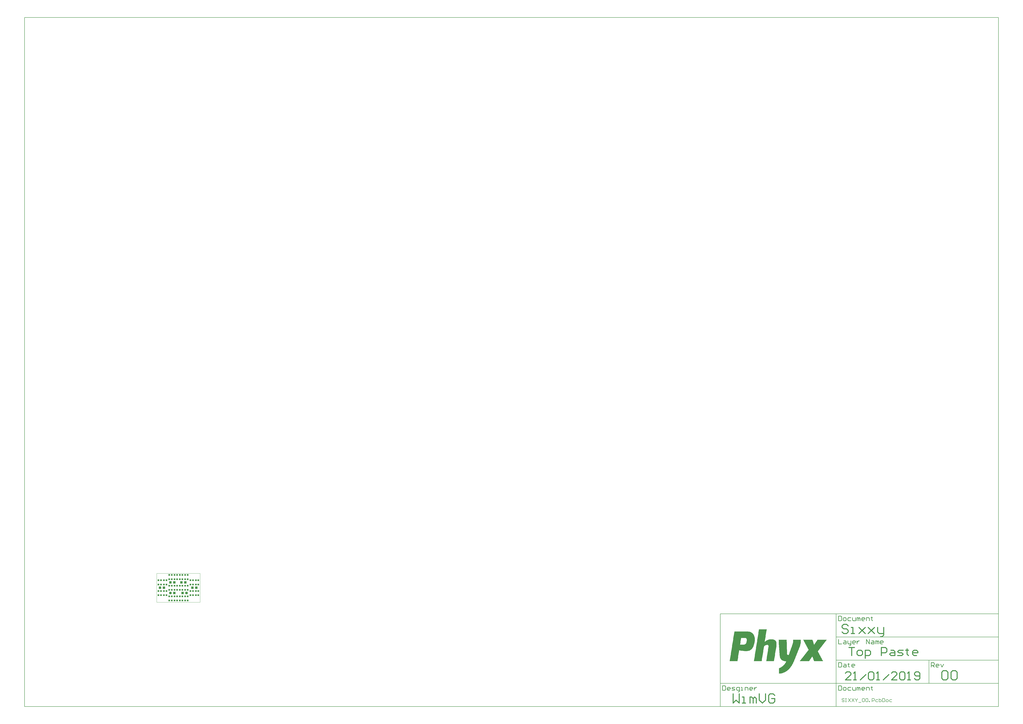
<source format=gtp>
G04*
G04 #@! TF.GenerationSoftware,Altium Limited,Altium Designer,18.1.9 (240)*
G04*
G04 Layer_Color=8421504*
%FSLAX25Y25*%
%MOIN*%
G70*
G01*
G75*
%ADD12C,0.01575*%
%ADD15C,0.00394*%
%ADD16C,0.00787*%
%ADD17C,0.00984*%
%ADD18R,0.04331X0.03937*%
%ADD19R,0.02756X0.02756*%
G36*
X1004477Y-50003D02*
X1006195D01*
Y-50289D01*
X1007054D01*
Y-50575D01*
X1007913D01*
Y-50862D01*
X1008772D01*
Y-51148D01*
X1009345D01*
Y-51434D01*
X1009631D01*
Y-51720D01*
X1010203D01*
Y-52007D01*
X1010490D01*
Y-52293D01*
X1011062D01*
Y-52579D01*
X1011349D01*
Y-52866D01*
X1011635D01*
Y-53152D01*
X1011921D01*
Y-53438D01*
X1012208D01*
Y-53725D01*
X1012494D01*
Y-54011D01*
X1012780D01*
Y-54297D01*
Y-54584D01*
X1013067D01*
Y-54870D01*
X1013353D01*
Y-55156D01*
Y-55443D01*
X1013639D01*
Y-55729D01*
X1013926D01*
Y-56015D01*
Y-56301D01*
X1014212D01*
Y-56588D01*
Y-56874D01*
Y-57161D01*
X1014498D01*
Y-57447D01*
Y-57733D01*
Y-58019D01*
X1014785D01*
Y-58306D01*
Y-58592D01*
Y-58878D01*
Y-59165D01*
X1015071D01*
Y-59451D01*
Y-59737D01*
Y-60024D01*
Y-60310D01*
Y-60596D01*
X1015357D01*
Y-60883D01*
Y-61169D01*
Y-61455D01*
Y-61742D01*
Y-62028D01*
Y-62314D01*
Y-62600D01*
Y-62887D01*
Y-63173D01*
Y-63459D01*
Y-63746D01*
Y-64032D01*
Y-64318D01*
Y-64605D01*
Y-64891D01*
Y-65177D01*
Y-65464D01*
Y-65750D01*
Y-66036D01*
Y-66322D01*
X1015071D01*
Y-66609D01*
Y-66895D01*
Y-67181D01*
Y-67468D01*
Y-67754D01*
Y-68040D01*
Y-68327D01*
X1014785D01*
Y-68613D01*
Y-68899D01*
Y-69186D01*
Y-69472D01*
Y-69758D01*
X1014498D01*
Y-70044D01*
Y-70331D01*
Y-70617D01*
Y-70903D01*
Y-71190D01*
X1014212D01*
Y-71476D01*
Y-71762D01*
Y-72049D01*
X1013926D01*
Y-72335D01*
Y-72621D01*
Y-72908D01*
Y-73194D01*
X1013639D01*
Y-73480D01*
Y-73767D01*
Y-74053D01*
X1013353D01*
Y-74339D01*
Y-74625D01*
X1013067D01*
Y-74912D01*
Y-75198D01*
Y-75485D01*
X1012780D01*
Y-75771D01*
Y-76057D01*
X1012494D01*
Y-76343D01*
Y-76630D01*
X1012208D01*
Y-76916D01*
Y-77202D01*
X1011921D01*
Y-77489D01*
X1011635D01*
Y-77775D01*
Y-78061D01*
X1011349D01*
Y-78348D01*
X1011062D01*
Y-78634D01*
X1010776D01*
Y-78920D01*
Y-79207D01*
X1010490D01*
Y-79493D01*
X1010203D01*
Y-79779D01*
X1009917D01*
Y-80066D01*
X1009631D01*
Y-80352D01*
X1009345D01*
Y-80638D01*
X1008772D01*
Y-80924D01*
X1008486D01*
Y-81211D01*
X1007913D01*
Y-81497D01*
X1007627D01*
Y-81783D01*
X1007054D01*
Y-82070D01*
X1006195D01*
Y-82356D01*
X1005336D01*
Y-82642D01*
X1004477D01*
Y-82929D01*
X1002759D01*
Y-83215D01*
X997606D01*
Y-82929D01*
X995029D01*
Y-82642D01*
X993025D01*
Y-82356D01*
X991593D01*
Y-82070D01*
X990162D01*
Y-81783D01*
X988730D01*
Y-82070D01*
Y-82356D01*
Y-82642D01*
Y-82929D01*
Y-83215D01*
Y-83501D01*
Y-83788D01*
X988444D01*
Y-84074D01*
Y-84360D01*
Y-84646D01*
Y-84933D01*
Y-85219D01*
Y-85505D01*
X988157D01*
Y-85792D01*
Y-86078D01*
Y-86364D01*
Y-86651D01*
Y-86937D01*
Y-87223D01*
X987871D01*
Y-87510D01*
Y-87796D01*
Y-88082D01*
Y-88369D01*
Y-88655D01*
Y-88941D01*
Y-89227D01*
X987585D01*
Y-89514D01*
Y-89800D01*
Y-90086D01*
Y-90373D01*
Y-90659D01*
Y-90945D01*
X987298D01*
Y-91232D01*
Y-91518D01*
Y-91804D01*
Y-92091D01*
Y-92377D01*
Y-92663D01*
X987012D01*
Y-92950D01*
Y-93236D01*
Y-93522D01*
Y-93809D01*
Y-94095D01*
Y-94381D01*
Y-94667D01*
X986726D01*
Y-94954D01*
Y-95240D01*
Y-95526D01*
Y-95813D01*
Y-96099D01*
Y-96385D01*
X986440D01*
Y-96672D01*
Y-96958D01*
Y-97244D01*
Y-97531D01*
Y-97817D01*
Y-98103D01*
X986153D01*
Y-98390D01*
Y-98676D01*
Y-98962D01*
Y-99248D01*
Y-99535D01*
Y-99821D01*
Y-100107D01*
X972696D01*
Y-99821D01*
X972983D01*
Y-99535D01*
Y-99248D01*
Y-98962D01*
Y-98676D01*
Y-98390D01*
X973269D01*
Y-98103D01*
Y-97817D01*
Y-97531D01*
Y-97244D01*
Y-96958D01*
Y-96672D01*
Y-96385D01*
X973555D01*
Y-96099D01*
Y-95813D01*
Y-95526D01*
Y-95240D01*
Y-94954D01*
Y-94667D01*
X973842D01*
Y-94381D01*
Y-94095D01*
Y-93809D01*
Y-93522D01*
Y-93236D01*
Y-92950D01*
X974128D01*
Y-92663D01*
Y-92377D01*
Y-92091D01*
Y-91804D01*
Y-91518D01*
Y-91232D01*
Y-90945D01*
X974414D01*
Y-90659D01*
Y-90373D01*
Y-90086D01*
Y-89800D01*
Y-89514D01*
Y-89227D01*
X974701D01*
Y-88941D01*
Y-88655D01*
Y-88369D01*
Y-88082D01*
Y-87796D01*
Y-87510D01*
X974987D01*
Y-87223D01*
Y-86937D01*
Y-86651D01*
Y-86364D01*
Y-86078D01*
Y-85792D01*
X975273D01*
Y-85505D01*
Y-85219D01*
Y-84933D01*
Y-84646D01*
Y-84360D01*
Y-84074D01*
Y-83788D01*
X975560D01*
Y-83501D01*
Y-83215D01*
Y-82929D01*
Y-82642D01*
Y-82356D01*
Y-82070D01*
X975846D01*
Y-81783D01*
Y-81497D01*
Y-81211D01*
Y-80924D01*
Y-80638D01*
Y-80352D01*
X976132D01*
Y-80066D01*
Y-79779D01*
Y-79493D01*
Y-79207D01*
Y-78920D01*
Y-78634D01*
X976419D01*
Y-78348D01*
Y-78061D01*
Y-77775D01*
Y-77489D01*
Y-77202D01*
Y-76916D01*
Y-76630D01*
X976705D01*
Y-76343D01*
Y-76057D01*
Y-75771D01*
Y-75485D01*
Y-75198D01*
Y-74912D01*
X976991D01*
Y-74625D01*
Y-74339D01*
Y-74053D01*
Y-73767D01*
Y-73480D01*
Y-73194D01*
X977277D01*
Y-72908D01*
Y-72621D01*
Y-72335D01*
Y-72049D01*
Y-71762D01*
Y-71476D01*
Y-71190D01*
X977564D01*
Y-70903D01*
Y-70617D01*
Y-70331D01*
Y-70044D01*
Y-69758D01*
Y-69472D01*
X977850D01*
Y-69186D01*
Y-68899D01*
Y-68613D01*
Y-68327D01*
Y-68040D01*
Y-67754D01*
X978137D01*
Y-67468D01*
Y-67181D01*
Y-66895D01*
Y-66609D01*
Y-66322D01*
Y-66036D01*
X978423D01*
Y-65750D01*
Y-65464D01*
Y-65177D01*
Y-64891D01*
Y-64605D01*
Y-64318D01*
Y-64032D01*
X978709D01*
Y-63746D01*
Y-63459D01*
Y-63173D01*
Y-62887D01*
Y-62600D01*
Y-62314D01*
X978995D01*
Y-62028D01*
Y-61742D01*
Y-61455D01*
Y-61169D01*
Y-60883D01*
Y-60596D01*
X979282D01*
Y-60310D01*
Y-60024D01*
Y-59737D01*
Y-59451D01*
Y-59165D01*
Y-58878D01*
Y-58592D01*
X979568D01*
Y-58306D01*
Y-58019D01*
Y-57733D01*
Y-57447D01*
Y-57161D01*
Y-56874D01*
X979854D01*
Y-56588D01*
Y-56301D01*
Y-56015D01*
Y-55729D01*
Y-55443D01*
Y-55156D01*
X980141D01*
Y-54870D01*
Y-54584D01*
Y-54297D01*
Y-54011D01*
Y-53725D01*
Y-53438D01*
Y-53152D01*
X980427D01*
Y-52866D01*
Y-52579D01*
Y-52293D01*
Y-52007D01*
Y-51720D01*
Y-51434D01*
X980713D01*
Y-51148D01*
Y-50862D01*
Y-50575D01*
Y-50289D01*
Y-50003D01*
Y-49716D01*
X1004477D01*
Y-50003D01*
D02*
G37*
G36*
X1035685Y-46567D02*
Y-46853D01*
X1035399D01*
Y-47139D01*
Y-47426D01*
Y-47712D01*
Y-47998D01*
Y-48285D01*
Y-48571D01*
X1035113D01*
Y-48857D01*
Y-49144D01*
Y-49430D01*
Y-49716D01*
Y-50003D01*
Y-50289D01*
X1034826D01*
Y-50575D01*
Y-50862D01*
Y-51148D01*
Y-51434D01*
Y-51720D01*
Y-52007D01*
Y-52293D01*
X1034540D01*
Y-52579D01*
Y-52866D01*
Y-53152D01*
Y-53438D01*
Y-53725D01*
Y-54011D01*
X1034254D01*
Y-54297D01*
Y-54584D01*
Y-54870D01*
Y-55156D01*
Y-55443D01*
Y-55729D01*
X1033967D01*
Y-56015D01*
Y-56301D01*
Y-56588D01*
Y-56874D01*
Y-57161D01*
Y-57447D01*
Y-57733D01*
X1033681D01*
Y-58019D01*
Y-58306D01*
Y-58592D01*
Y-58878D01*
Y-59165D01*
Y-59451D01*
X1033395D01*
Y-59737D01*
Y-60024D01*
Y-60310D01*
Y-60596D01*
Y-60883D01*
Y-61169D01*
X1033109D01*
Y-61455D01*
Y-61742D01*
Y-62028D01*
Y-62314D01*
Y-62600D01*
Y-62887D01*
X1032822D01*
Y-63173D01*
Y-63459D01*
Y-63746D01*
Y-64032D01*
Y-64318D01*
Y-64605D01*
Y-64891D01*
X1032536D01*
Y-65177D01*
Y-65464D01*
Y-65750D01*
Y-66036D01*
Y-66322D01*
Y-66609D01*
X1032250D01*
Y-66895D01*
Y-67181D01*
X1032822D01*
Y-66895D01*
X1033109D01*
Y-66609D01*
X1033395D01*
Y-66322D01*
X1033967D01*
Y-66036D01*
X1034254D01*
Y-65750D01*
X1034540D01*
Y-65464D01*
X1035113D01*
Y-65177D01*
X1035685D01*
Y-64891D01*
X1035972D01*
Y-64605D01*
X1036544D01*
Y-64318D01*
X1037403D01*
Y-64032D01*
X1037976D01*
Y-63746D01*
X1038835D01*
Y-63459D01*
X1040266D01*
Y-63173D01*
X1046565D01*
Y-63459D01*
X1047711D01*
Y-63746D01*
X1048569D01*
Y-64032D01*
X1049142D01*
Y-64318D01*
X1049428D01*
Y-64605D01*
X1050001D01*
Y-64891D01*
X1050287D01*
Y-65177D01*
X1050574D01*
Y-65464D01*
X1050860D01*
Y-65750D01*
X1051146D01*
Y-66036D01*
Y-66322D01*
X1051433D01*
Y-66609D01*
Y-66895D01*
X1051719D01*
Y-67181D01*
Y-67468D01*
Y-67754D01*
X1052005D01*
Y-68040D01*
Y-68327D01*
Y-68613D01*
Y-68899D01*
X1052291D01*
Y-69186D01*
Y-69472D01*
Y-69758D01*
Y-70044D01*
Y-70331D01*
Y-70617D01*
Y-70903D01*
Y-71190D01*
Y-71476D01*
Y-71762D01*
Y-72049D01*
Y-72335D01*
Y-72621D01*
Y-72908D01*
Y-73194D01*
Y-73480D01*
Y-73767D01*
Y-74053D01*
X1052005D01*
Y-74339D01*
Y-74625D01*
Y-74912D01*
Y-75198D01*
Y-75485D01*
Y-75771D01*
Y-76057D01*
X1051719D01*
Y-76343D01*
Y-76630D01*
Y-76916D01*
Y-77202D01*
Y-77489D01*
Y-77775D01*
Y-78061D01*
X1051433D01*
Y-78348D01*
Y-78634D01*
Y-78920D01*
Y-79207D01*
Y-79493D01*
Y-79779D01*
X1051146D01*
Y-80066D01*
Y-80352D01*
Y-80638D01*
Y-80924D01*
Y-81211D01*
Y-81497D01*
X1050860D01*
Y-81783D01*
Y-82070D01*
Y-82356D01*
Y-82642D01*
Y-82929D01*
Y-83215D01*
X1050574D01*
Y-83501D01*
Y-83788D01*
Y-84074D01*
Y-84360D01*
Y-84646D01*
Y-84933D01*
Y-85219D01*
X1050287D01*
Y-85505D01*
Y-85792D01*
Y-86078D01*
Y-86364D01*
Y-86651D01*
Y-86937D01*
X1050001D01*
Y-87223D01*
Y-87510D01*
Y-87796D01*
Y-88082D01*
Y-88369D01*
Y-88655D01*
X1049715D01*
Y-88941D01*
Y-89227D01*
Y-89514D01*
Y-89800D01*
Y-90086D01*
Y-90373D01*
Y-90659D01*
X1049428D01*
Y-90945D01*
Y-91232D01*
Y-91518D01*
Y-91804D01*
Y-92091D01*
Y-92377D01*
X1049142D01*
Y-92663D01*
Y-92950D01*
Y-93236D01*
Y-93522D01*
Y-93809D01*
Y-94095D01*
X1048856D01*
Y-94381D01*
Y-94667D01*
Y-94954D01*
Y-95240D01*
Y-95526D01*
Y-95813D01*
X1048569D01*
Y-96099D01*
Y-96385D01*
Y-96672D01*
Y-96958D01*
Y-97244D01*
Y-97531D01*
Y-97817D01*
X1048283D01*
Y-98103D01*
Y-98390D01*
Y-98676D01*
Y-98962D01*
Y-99248D01*
Y-99535D01*
X1047997D01*
Y-99821D01*
Y-100107D01*
X1034826D01*
Y-99821D01*
Y-99535D01*
X1035113D01*
Y-99248D01*
Y-98962D01*
Y-98676D01*
Y-98390D01*
Y-98103D01*
Y-97817D01*
X1035399D01*
Y-97531D01*
Y-97244D01*
Y-96958D01*
Y-96672D01*
Y-96385D01*
Y-96099D01*
Y-95813D01*
X1035685D01*
Y-95526D01*
Y-95240D01*
Y-94954D01*
Y-94667D01*
Y-94381D01*
Y-94095D01*
X1035972D01*
Y-93809D01*
Y-93522D01*
Y-93236D01*
Y-92950D01*
Y-92663D01*
Y-92377D01*
X1036258D01*
Y-92091D01*
Y-91804D01*
Y-91518D01*
Y-91232D01*
Y-90945D01*
Y-90659D01*
Y-90373D01*
X1036544D01*
Y-90086D01*
Y-89800D01*
Y-89514D01*
Y-89227D01*
Y-88941D01*
Y-88655D01*
X1036831D01*
Y-88369D01*
Y-88082D01*
Y-87796D01*
Y-87510D01*
Y-87223D01*
Y-86937D01*
Y-86651D01*
X1037117D01*
Y-86364D01*
Y-86078D01*
Y-85792D01*
Y-85505D01*
Y-85219D01*
Y-84933D01*
X1037403D01*
Y-84646D01*
Y-84360D01*
Y-84074D01*
Y-83788D01*
Y-83501D01*
Y-83215D01*
X1037689D01*
Y-82929D01*
Y-82642D01*
Y-82356D01*
Y-82070D01*
Y-81783D01*
Y-81497D01*
X1037976D01*
Y-81211D01*
Y-80924D01*
Y-80638D01*
Y-80352D01*
Y-80066D01*
Y-79779D01*
Y-79493D01*
X1038262D01*
Y-79207D01*
Y-78920D01*
Y-78634D01*
Y-78348D01*
Y-78061D01*
Y-77775D01*
X1038548D01*
Y-77489D01*
Y-77202D01*
Y-76916D01*
Y-76630D01*
Y-76343D01*
Y-76057D01*
Y-75771D01*
X1038835D01*
Y-75485D01*
Y-75198D01*
Y-74912D01*
Y-74625D01*
Y-74339D01*
Y-74053D01*
X1038548D01*
Y-73767D01*
Y-73480D01*
X1038262D01*
Y-73194D01*
X1037976D01*
Y-72908D01*
X1037403D01*
Y-72621D01*
X1035685D01*
Y-72908D01*
X1034254D01*
Y-73194D01*
X1033395D01*
Y-73480D01*
X1032822D01*
Y-73767D01*
X1032536D01*
Y-74053D01*
X1031963D01*
Y-74339D01*
X1031677D01*
Y-74625D01*
X1031391D01*
Y-74912D01*
Y-75198D01*
X1031104D01*
Y-75485D01*
Y-75771D01*
Y-76057D01*
X1030818D01*
Y-76343D01*
Y-76630D01*
Y-76916D01*
Y-77202D01*
Y-77489D01*
Y-77775D01*
X1030532D01*
Y-78061D01*
Y-78348D01*
Y-78634D01*
Y-78920D01*
Y-79207D01*
Y-79493D01*
Y-79779D01*
X1030245D01*
Y-80066D01*
Y-80352D01*
Y-80638D01*
Y-80924D01*
Y-81211D01*
Y-81497D01*
X1029959D01*
Y-81783D01*
Y-82070D01*
Y-82356D01*
Y-82642D01*
Y-82929D01*
Y-83215D01*
X1029673D01*
Y-83501D01*
Y-83788D01*
Y-84074D01*
Y-84360D01*
Y-84646D01*
Y-84933D01*
X1029387D01*
Y-85219D01*
Y-85505D01*
Y-85792D01*
Y-86078D01*
Y-86364D01*
Y-86651D01*
Y-86937D01*
X1029100D01*
Y-87223D01*
Y-87510D01*
Y-87796D01*
Y-88082D01*
Y-88369D01*
Y-88655D01*
X1028814D01*
Y-88941D01*
Y-89227D01*
Y-89514D01*
Y-89800D01*
Y-90086D01*
Y-90373D01*
X1028528D01*
Y-90659D01*
Y-90945D01*
Y-91232D01*
Y-91518D01*
Y-91804D01*
Y-92091D01*
Y-92377D01*
X1028241D01*
Y-92663D01*
Y-92950D01*
Y-93236D01*
Y-93522D01*
Y-93809D01*
Y-94095D01*
X1027955D01*
Y-94381D01*
Y-94667D01*
Y-94954D01*
Y-95240D01*
Y-95526D01*
Y-95813D01*
X1027669D01*
Y-96099D01*
Y-96385D01*
Y-96672D01*
Y-96958D01*
Y-97244D01*
Y-97531D01*
X1027382D01*
Y-97817D01*
Y-98103D01*
Y-98390D01*
Y-98676D01*
Y-98962D01*
Y-99248D01*
Y-99535D01*
X1027096D01*
Y-99821D01*
Y-100107D01*
X1013926D01*
Y-99821D01*
Y-99535D01*
X1014212D01*
Y-99248D01*
Y-98962D01*
Y-98676D01*
Y-98390D01*
Y-98103D01*
Y-97817D01*
Y-97531D01*
X1014498D01*
Y-97244D01*
Y-96958D01*
Y-96672D01*
Y-96385D01*
Y-96099D01*
Y-95813D01*
X1014785D01*
Y-95526D01*
Y-95240D01*
Y-94954D01*
Y-94667D01*
Y-94381D01*
Y-94095D01*
X1015071D01*
Y-93809D01*
Y-93522D01*
Y-93236D01*
Y-92950D01*
Y-92663D01*
Y-92377D01*
Y-92091D01*
X1015357D01*
Y-91804D01*
Y-91518D01*
Y-91232D01*
Y-90945D01*
Y-90659D01*
Y-90373D01*
X1015643D01*
Y-90086D01*
Y-89800D01*
Y-89514D01*
Y-89227D01*
Y-88941D01*
Y-88655D01*
X1015930D01*
Y-88369D01*
Y-88082D01*
Y-87796D01*
Y-87510D01*
Y-87223D01*
Y-86937D01*
X1016216D01*
Y-86651D01*
Y-86364D01*
Y-86078D01*
Y-85792D01*
Y-85505D01*
Y-85219D01*
Y-84933D01*
X1016502D01*
Y-84646D01*
Y-84360D01*
Y-84074D01*
Y-83788D01*
Y-83501D01*
Y-83215D01*
X1016789D01*
Y-82929D01*
Y-82642D01*
Y-82356D01*
Y-82070D01*
Y-81783D01*
Y-81497D01*
X1017075D01*
Y-81211D01*
Y-80924D01*
Y-80638D01*
Y-80352D01*
Y-80066D01*
Y-79779D01*
Y-79493D01*
X1017361D01*
Y-79207D01*
Y-78920D01*
Y-78634D01*
Y-78348D01*
Y-78061D01*
Y-77775D01*
X1017648D01*
Y-77489D01*
Y-77202D01*
Y-76916D01*
Y-76630D01*
Y-76343D01*
Y-76057D01*
X1017934D01*
Y-75771D01*
Y-75485D01*
Y-75198D01*
Y-74912D01*
Y-74625D01*
Y-74339D01*
X1018220D01*
Y-74053D01*
Y-73767D01*
Y-73480D01*
Y-73194D01*
Y-72908D01*
Y-72621D01*
Y-72335D01*
X1018507D01*
Y-72049D01*
Y-71762D01*
Y-71476D01*
Y-71190D01*
Y-70903D01*
Y-70617D01*
X1018793D01*
Y-70331D01*
Y-70044D01*
Y-69758D01*
Y-69472D01*
Y-69186D01*
Y-68899D01*
X1019079D01*
Y-68613D01*
Y-68327D01*
Y-68040D01*
Y-67754D01*
Y-67468D01*
Y-67181D01*
X1019366D01*
Y-66895D01*
Y-66609D01*
Y-66322D01*
Y-66036D01*
Y-65750D01*
Y-65464D01*
Y-65177D01*
X1019652D01*
Y-64891D01*
Y-64605D01*
Y-64318D01*
Y-64032D01*
Y-63746D01*
Y-63459D01*
X1019938D01*
Y-63173D01*
Y-62887D01*
Y-62600D01*
Y-62314D01*
Y-62028D01*
Y-61742D01*
X1020224D01*
Y-61455D01*
Y-61169D01*
Y-60883D01*
Y-60596D01*
Y-60310D01*
Y-60024D01*
Y-59737D01*
X1020511D01*
Y-59451D01*
Y-59165D01*
Y-58878D01*
Y-58592D01*
Y-58306D01*
Y-58019D01*
X1020797D01*
Y-57733D01*
Y-57447D01*
Y-57161D01*
Y-56874D01*
Y-56588D01*
Y-56301D01*
X1021083D01*
Y-56015D01*
Y-55729D01*
Y-55443D01*
Y-55156D01*
Y-54870D01*
Y-54584D01*
X1021370D01*
Y-54297D01*
Y-54011D01*
Y-53725D01*
Y-53438D01*
Y-53152D01*
Y-52866D01*
Y-52579D01*
X1021656D01*
Y-52293D01*
Y-52007D01*
Y-51720D01*
Y-51434D01*
Y-51148D01*
Y-50862D01*
X1021942D01*
Y-50575D01*
Y-50289D01*
Y-50003D01*
Y-49716D01*
Y-49430D01*
Y-49144D01*
X1022229D01*
Y-48857D01*
Y-48571D01*
Y-48285D01*
Y-47998D01*
Y-47712D01*
Y-47426D01*
Y-47139D01*
X1022515D01*
Y-46853D01*
Y-46567D01*
Y-46281D01*
X1035685D01*
Y-46567D01*
D02*
G37*
G36*
X1137613Y-64032D02*
X1137326D01*
Y-64318D01*
X1137040D01*
Y-64605D01*
Y-64891D01*
X1136754D01*
Y-65177D01*
X1136467D01*
Y-65464D01*
X1136181D01*
Y-65750D01*
Y-66036D01*
X1135895D01*
Y-66322D01*
X1135608D01*
Y-66609D01*
X1135322D01*
Y-66895D01*
X1135036D01*
Y-67181D01*
Y-67468D01*
X1134750D01*
Y-67754D01*
X1134463D01*
Y-68040D01*
X1134177D01*
Y-68327D01*
Y-68613D01*
X1133891D01*
Y-68899D01*
X1133604D01*
Y-69186D01*
X1133318D01*
Y-69472D01*
X1133032D01*
Y-69758D01*
Y-70044D01*
X1132745D01*
Y-70331D01*
X1132459D01*
Y-70617D01*
X1132173D01*
Y-70903D01*
Y-71190D01*
X1131886D01*
Y-71476D01*
X1131600D01*
Y-71762D01*
X1131314D01*
Y-72049D01*
Y-72335D01*
X1131028D01*
Y-72621D01*
X1130741D01*
Y-72908D01*
X1130455D01*
Y-73194D01*
X1130169D01*
Y-73480D01*
Y-73767D01*
X1129882D01*
Y-74053D01*
X1129596D01*
Y-74339D01*
X1129310D01*
Y-74625D01*
Y-74912D01*
X1129023D01*
Y-75198D01*
X1128737D01*
Y-75485D01*
X1128451D01*
Y-75771D01*
Y-76057D01*
X1128164D01*
Y-76343D01*
X1127878D01*
Y-76630D01*
X1127592D01*
Y-76916D01*
X1127306D01*
Y-77202D01*
Y-77489D01*
X1127019D01*
Y-77775D01*
X1126733D01*
Y-78061D01*
X1126447D01*
Y-78348D01*
Y-78634D01*
X1126160D01*
Y-78920D01*
X1125874D01*
Y-79207D01*
X1125588D01*
Y-79493D01*
Y-79779D01*
X1125301D01*
Y-80066D01*
X1125015D01*
Y-80352D01*
X1124729D01*
Y-80638D01*
X1124442D01*
Y-80924D01*
Y-81211D01*
X1124156D01*
Y-81497D01*
X1123870D01*
Y-81783D01*
X1123583D01*
Y-82070D01*
Y-82356D01*
X1123297D01*
Y-82642D01*
X1123011D01*
Y-82929D01*
X1122725D01*
Y-83215D01*
X1122438D01*
Y-83501D01*
Y-83788D01*
X1122725D01*
Y-84074D01*
Y-84360D01*
X1123011D01*
Y-84646D01*
Y-84933D01*
X1123297D01*
Y-85219D01*
X1123583D01*
Y-85505D01*
Y-85792D01*
X1123870D01*
Y-86078D01*
Y-86364D01*
X1124156D01*
Y-86651D01*
Y-86937D01*
X1124442D01*
Y-87223D01*
Y-87510D01*
X1124729D01*
Y-87796D01*
Y-88082D01*
X1125015D01*
Y-88369D01*
Y-88655D01*
X1125301D01*
Y-88941D01*
Y-89227D01*
X1125588D01*
Y-89514D01*
Y-89800D01*
X1125874D01*
Y-90086D01*
X1126160D01*
Y-90373D01*
Y-90659D01*
X1126447D01*
Y-90945D01*
Y-91232D01*
X1126733D01*
Y-91518D01*
Y-91804D01*
X1127019D01*
Y-92091D01*
Y-92377D01*
X1127306D01*
Y-92663D01*
Y-92950D01*
X1127592D01*
Y-93236D01*
Y-93522D01*
X1127878D01*
Y-93809D01*
Y-94095D01*
X1128164D01*
Y-94381D01*
X1128451D01*
Y-94667D01*
Y-94954D01*
X1128737D01*
Y-95240D01*
Y-95526D01*
X1129023D01*
Y-95813D01*
Y-96099D01*
X1129310D01*
Y-96385D01*
Y-96672D01*
X1129596D01*
Y-96958D01*
Y-97244D01*
X1129882D01*
Y-97531D01*
Y-97817D01*
X1130169D01*
Y-98103D01*
Y-98390D01*
X1130455D01*
Y-98676D01*
X1130741D01*
Y-98962D01*
Y-99248D01*
X1131028D01*
Y-99535D01*
Y-99821D01*
X1131314D01*
Y-100107D01*
X1116139D01*
Y-99821D01*
X1115853D01*
Y-99535D01*
Y-99248D01*
Y-98962D01*
X1115567D01*
Y-98676D01*
Y-98390D01*
Y-98103D01*
X1115280D01*
Y-97817D01*
Y-97531D01*
X1114994D01*
Y-97244D01*
Y-96958D01*
Y-96672D01*
X1114708D01*
Y-96385D01*
Y-96099D01*
Y-95813D01*
X1114421D01*
Y-95526D01*
Y-95240D01*
X1114135D01*
Y-94954D01*
Y-94667D01*
Y-94381D01*
X1113849D01*
Y-94095D01*
Y-93809D01*
Y-93522D01*
X1113562D01*
Y-93236D01*
Y-92950D01*
Y-92663D01*
X1113276D01*
Y-92377D01*
X1112704D01*
Y-92663D01*
Y-92950D01*
X1112417D01*
Y-93236D01*
X1112131D01*
Y-93522D01*
Y-93809D01*
X1111845D01*
Y-94095D01*
X1111558D01*
Y-94381D01*
Y-94667D01*
X1111272D01*
Y-94954D01*
X1110986D01*
Y-95240D01*
Y-95526D01*
X1110699D01*
Y-95813D01*
X1110413D01*
Y-96099D01*
X1110127D01*
Y-96385D01*
Y-96672D01*
X1109840D01*
Y-96958D01*
X1109554D01*
Y-97244D01*
Y-97531D01*
X1109268D01*
Y-97817D01*
X1108981D01*
Y-98103D01*
Y-98390D01*
X1108695D01*
Y-98676D01*
X1108409D01*
Y-98962D01*
Y-99248D01*
X1108123D01*
Y-99535D01*
X1107836D01*
Y-99821D01*
Y-100107D01*
X1091803D01*
Y-99821D01*
X1092089D01*
Y-99535D01*
X1092375D01*
Y-99248D01*
X1092662D01*
Y-98962D01*
X1092948D01*
Y-98676D01*
Y-98390D01*
X1093234D01*
Y-98103D01*
X1093521D01*
Y-97817D01*
X1093807D01*
Y-97531D01*
X1094093D01*
Y-97244D01*
Y-96958D01*
X1094380D01*
Y-96672D01*
X1094666D01*
Y-96385D01*
X1094952D01*
Y-96099D01*
Y-95813D01*
X1095238D01*
Y-95526D01*
X1095525D01*
Y-95240D01*
X1095811D01*
Y-94954D01*
X1096097D01*
Y-94667D01*
Y-94381D01*
X1096384D01*
Y-94095D01*
X1096670D01*
Y-93809D01*
X1096956D01*
Y-93522D01*
X1097243D01*
Y-93236D01*
Y-92950D01*
X1097529D01*
Y-92663D01*
X1097815D01*
Y-92377D01*
X1098102D01*
Y-92091D01*
Y-91804D01*
X1098388D01*
Y-91518D01*
X1098674D01*
Y-91232D01*
X1098960D01*
Y-90945D01*
X1099247D01*
Y-90659D01*
Y-90373D01*
X1099533D01*
Y-90086D01*
X1099819D01*
Y-89800D01*
X1100106D01*
Y-89514D01*
Y-89227D01*
X1100392D01*
Y-88941D01*
X1100678D01*
Y-88655D01*
X1100965D01*
Y-88369D01*
X1101251D01*
Y-88082D01*
Y-87796D01*
X1101537D01*
Y-87510D01*
X1101824D01*
Y-87223D01*
X1102110D01*
Y-86937D01*
Y-86651D01*
X1102396D01*
Y-86364D01*
X1102683D01*
Y-86078D01*
X1102969D01*
Y-85792D01*
X1103255D01*
Y-85505D01*
Y-85219D01*
X1103541D01*
Y-84933D01*
X1103828D01*
Y-84646D01*
X1104114D01*
Y-84360D01*
X1104400D01*
Y-84074D01*
Y-83788D01*
X1104687D01*
Y-83501D01*
X1104973D01*
Y-83215D01*
X1105259D01*
Y-82929D01*
Y-82642D01*
X1105546D01*
Y-82356D01*
X1105832D01*
Y-82070D01*
X1106118D01*
Y-81783D01*
X1106405D01*
Y-81497D01*
Y-81211D01*
X1106691D01*
Y-80924D01*
Y-80638D01*
Y-80352D01*
X1106405D01*
Y-80066D01*
X1106118D01*
Y-79779D01*
Y-79493D01*
X1105832D01*
Y-79207D01*
Y-78920D01*
X1105546D01*
Y-78634D01*
Y-78348D01*
X1105259D01*
Y-78061D01*
Y-77775D01*
X1104973D01*
Y-77489D01*
Y-77202D01*
X1104687D01*
Y-76916D01*
Y-76630D01*
X1104400D01*
Y-76343D01*
X1104114D01*
Y-76057D01*
Y-75771D01*
X1103828D01*
Y-75485D01*
Y-75198D01*
X1103541D01*
Y-74912D01*
Y-74625D01*
X1103255D01*
Y-74339D01*
Y-74053D01*
X1102969D01*
Y-73767D01*
Y-73480D01*
X1102683D01*
Y-73194D01*
Y-72908D01*
X1102396D01*
Y-72621D01*
X1102110D01*
Y-72335D01*
Y-72049D01*
X1101824D01*
Y-71762D01*
Y-71476D01*
X1101537D01*
Y-71190D01*
Y-70903D01*
X1101251D01*
Y-70617D01*
Y-70331D01*
X1100965D01*
Y-70044D01*
Y-69758D01*
X1100678D01*
Y-69472D01*
Y-69186D01*
X1100392D01*
Y-68899D01*
Y-68613D01*
X1100106D01*
Y-68327D01*
X1099819D01*
Y-68040D01*
Y-67754D01*
X1099533D01*
Y-67468D01*
Y-67181D01*
X1099247D01*
Y-66895D01*
Y-66609D01*
X1098960D01*
Y-66322D01*
Y-66036D01*
X1098674D01*
Y-65750D01*
Y-65464D01*
X1098388D01*
Y-65177D01*
Y-64891D01*
X1098102D01*
Y-64605D01*
X1097815D01*
Y-64318D01*
Y-64032D01*
X1097529D01*
Y-63746D01*
X1113276D01*
Y-64032D01*
X1113562D01*
Y-64318D01*
Y-64605D01*
Y-64891D01*
X1113849D01*
Y-65177D01*
Y-65464D01*
Y-65750D01*
X1114135D01*
Y-66036D01*
Y-66322D01*
Y-66609D01*
X1114421D01*
Y-66895D01*
Y-67181D01*
Y-67468D01*
X1114708D01*
Y-67754D01*
Y-68040D01*
Y-68327D01*
X1114994D01*
Y-68613D01*
Y-68899D01*
Y-69186D01*
X1115280D01*
Y-69472D01*
Y-69758D01*
Y-70044D01*
X1115567D01*
Y-70331D01*
Y-70617D01*
Y-70903D01*
X1115853D01*
Y-71190D01*
Y-71476D01*
Y-71762D01*
Y-72049D01*
X1116426D01*
Y-71762D01*
X1116712D01*
Y-71476D01*
X1116998D01*
Y-71190D01*
Y-70903D01*
X1117284D01*
Y-70617D01*
X1117571D01*
Y-70331D01*
Y-70044D01*
X1117857D01*
Y-69758D01*
X1118143D01*
Y-69472D01*
Y-69186D01*
X1118430D01*
Y-68899D01*
X1118716D01*
Y-68613D01*
Y-68327D01*
X1119002D01*
Y-68040D01*
X1119289D01*
Y-67754D01*
Y-67468D01*
X1119575D01*
Y-67181D01*
X1119861D01*
Y-66895D01*
Y-66609D01*
X1120148D01*
Y-66322D01*
X1120434D01*
Y-66036D01*
Y-65750D01*
X1120720D01*
Y-65464D01*
X1121007D01*
Y-65177D01*
Y-64891D01*
X1121293D01*
Y-64605D01*
X1121579D01*
Y-64318D01*
Y-64032D01*
X1121865D01*
Y-63746D01*
X1137613D01*
Y-64032D01*
D02*
G37*
G36*
X1093521D02*
Y-64318D01*
Y-64605D01*
Y-64891D01*
Y-65177D01*
Y-65464D01*
Y-65750D01*
Y-66036D01*
Y-66322D01*
Y-66609D01*
Y-66895D01*
Y-67181D01*
Y-67468D01*
Y-67754D01*
Y-68040D01*
Y-68327D01*
Y-68613D01*
Y-68899D01*
Y-69186D01*
Y-69472D01*
Y-69758D01*
X1093234D01*
Y-70044D01*
Y-70331D01*
Y-70617D01*
Y-70903D01*
Y-71190D01*
X1092948D01*
Y-71476D01*
Y-71762D01*
Y-72049D01*
Y-72335D01*
X1092662D01*
Y-72621D01*
Y-72908D01*
Y-73194D01*
Y-73480D01*
X1092375D01*
Y-73767D01*
Y-74053D01*
Y-74339D01*
X1092089D01*
Y-74625D01*
Y-74912D01*
Y-75198D01*
X1091803D01*
Y-75485D01*
Y-75771D01*
Y-76057D01*
X1091516D01*
Y-76343D01*
Y-76630D01*
Y-76916D01*
X1091230D01*
Y-77202D01*
Y-77489D01*
X1090944D01*
Y-77775D01*
Y-78061D01*
X1090657D01*
Y-78348D01*
Y-78634D01*
Y-78920D01*
X1090371D01*
Y-79207D01*
Y-79493D01*
X1090085D01*
Y-79779D01*
Y-80066D01*
Y-80352D01*
X1089799D01*
Y-80638D01*
Y-80924D01*
X1089512D01*
Y-81211D01*
Y-81497D01*
Y-81783D01*
X1089226D01*
Y-82070D01*
Y-82356D01*
X1088939D01*
Y-82642D01*
Y-82929D01*
Y-83215D01*
X1088653D01*
Y-83501D01*
Y-83788D01*
X1088367D01*
Y-84074D01*
Y-84360D01*
Y-84646D01*
X1088081D01*
Y-84933D01*
Y-85219D01*
X1087794D01*
Y-85505D01*
Y-85792D01*
Y-86078D01*
X1087508D01*
Y-86364D01*
Y-86651D01*
X1087222D01*
Y-86937D01*
Y-87223D01*
Y-87510D01*
X1086935D01*
Y-87796D01*
Y-88082D01*
X1086649D01*
Y-88369D01*
Y-88655D01*
Y-88941D01*
X1086363D01*
Y-89227D01*
Y-89514D01*
X1086076D01*
Y-89800D01*
Y-90086D01*
Y-90373D01*
X1085790D01*
Y-90659D01*
Y-90945D01*
X1085504D01*
Y-91232D01*
Y-91518D01*
Y-91804D01*
X1085217D01*
Y-92091D01*
Y-92377D01*
X1084931D01*
Y-92663D01*
Y-92950D01*
Y-93236D01*
X1084645D01*
Y-93522D01*
Y-93809D01*
X1084359D01*
Y-94095D01*
Y-94381D01*
Y-94667D01*
X1084072D01*
Y-94954D01*
Y-95240D01*
X1083786D01*
Y-95526D01*
Y-95813D01*
Y-96099D01*
X1083500D01*
Y-96385D01*
Y-96672D01*
X1083213D01*
Y-96958D01*
Y-97244D01*
Y-97531D01*
X1082927D01*
Y-97817D01*
Y-98103D01*
X1082641D01*
Y-98390D01*
Y-98676D01*
Y-98962D01*
X1082354D01*
Y-99248D01*
Y-99535D01*
X1082068D01*
Y-99821D01*
Y-100107D01*
Y-100394D01*
X1081782D01*
Y-100680D01*
Y-100966D01*
X1081495D01*
Y-101253D01*
Y-101539D01*
X1081209D01*
Y-101825D01*
Y-102112D01*
X1080923D01*
Y-102398D01*
Y-102684D01*
Y-102971D01*
X1080637D01*
Y-103257D01*
X1080350D01*
Y-103543D01*
Y-103829D01*
Y-104116D01*
X1080064D01*
Y-104402D01*
X1079778D01*
Y-104688D01*
Y-104975D01*
X1079491D01*
Y-105261D01*
Y-105547D01*
X1079205D01*
Y-105834D01*
Y-106120D01*
X1078919D01*
Y-106406D01*
Y-106693D01*
X1078632D01*
Y-106979D01*
X1078346D01*
Y-107265D01*
Y-107552D01*
X1078060D01*
Y-107838D01*
Y-108124D01*
X1077773D01*
Y-108410D01*
X1077487D01*
Y-108697D01*
X1077201D01*
Y-108983D01*
Y-109269D01*
X1076914D01*
Y-109556D01*
X1076628D01*
Y-109842D01*
Y-110128D01*
X1076342D01*
Y-110415D01*
X1076056D01*
Y-110701D01*
X1075769D01*
Y-110987D01*
Y-111274D01*
X1075483D01*
Y-111560D01*
X1075196D01*
Y-111846D01*
X1074910D01*
Y-112133D01*
X1074624D01*
Y-112419D01*
X1074338D01*
Y-112705D01*
Y-112991D01*
X1074051D01*
Y-113278D01*
X1073765D01*
Y-113564D01*
X1073479D01*
Y-113850D01*
X1073192D01*
Y-114137D01*
X1072906D01*
Y-114423D01*
X1072620D01*
Y-114709D01*
X1072333D01*
Y-114996D01*
X1071761D01*
Y-115282D01*
X1071474D01*
Y-115568D01*
X1071188D01*
Y-115855D01*
X1070902D01*
Y-116141D01*
X1070615D01*
Y-116427D01*
X1070043D01*
Y-116714D01*
X1069757D01*
Y-117000D01*
X1069184D01*
Y-117286D01*
X1068898D01*
Y-117572D01*
X1068325D01*
Y-117859D01*
X1068039D01*
Y-118145D01*
X1067466D01*
Y-118431D01*
X1066893D01*
Y-118718D01*
X1066321D01*
Y-119004D01*
X1065748D01*
Y-119290D01*
X1065176D01*
Y-119577D01*
X1064317D01*
Y-119863D01*
X1063744D01*
Y-120149D01*
X1062885D01*
Y-120436D01*
X1061740D01*
Y-120722D01*
X1060595D01*
Y-121008D01*
X1058877D01*
Y-121294D01*
X1056872D01*
Y-121581D01*
X1056586D01*
Y-121294D01*
Y-121008D01*
Y-120722D01*
Y-120436D01*
Y-120149D01*
Y-119863D01*
Y-119577D01*
Y-119290D01*
Y-119004D01*
Y-118718D01*
Y-118431D01*
Y-118145D01*
Y-117859D01*
Y-117572D01*
Y-117286D01*
Y-117000D01*
Y-116714D01*
Y-116427D01*
Y-116141D01*
Y-115855D01*
Y-115568D01*
Y-115282D01*
Y-114996D01*
Y-114709D01*
Y-114423D01*
Y-114137D01*
Y-113850D01*
Y-113564D01*
Y-113278D01*
Y-112991D01*
Y-112705D01*
Y-112419D01*
Y-112133D01*
X1057159D01*
Y-111846D01*
X1057731D01*
Y-111560D01*
X1058304D01*
Y-111274D01*
X1058877D01*
Y-110987D01*
X1059449D01*
Y-110701D01*
X1060022D01*
Y-110415D01*
X1060308D01*
Y-110128D01*
X1060881D01*
Y-109842D01*
X1061167D01*
Y-109556D01*
X1061740D01*
Y-109269D01*
X1062026D01*
Y-108983D01*
X1062312D01*
Y-108697D01*
X1062885D01*
Y-108410D01*
X1063171D01*
Y-108124D01*
X1063458D01*
Y-107838D01*
X1063744D01*
Y-107552D01*
X1064030D01*
Y-107265D01*
X1064317D01*
Y-106979D01*
X1064603D01*
Y-106693D01*
X1064889D01*
Y-106406D01*
X1065176D01*
Y-106120D01*
X1065462D01*
Y-105834D01*
X1065748D01*
Y-105547D01*
X1066035D01*
Y-105261D01*
Y-104975D01*
X1066321D01*
Y-104688D01*
X1066607D01*
Y-104402D01*
X1066893D01*
Y-104116D01*
Y-103829D01*
X1067180D01*
Y-103543D01*
X1067466D01*
Y-103257D01*
Y-102971D01*
X1067752D01*
Y-102684D01*
Y-102398D01*
X1068039D01*
Y-102112D01*
X1068325D01*
Y-101825D01*
Y-101539D01*
X1068611D01*
Y-101253D01*
Y-100966D01*
X1068898D01*
Y-100680D01*
Y-100394D01*
X1067180D01*
Y-100107D01*
X1065176D01*
Y-99821D01*
X1064030D01*
Y-99535D01*
X1063458D01*
Y-99248D01*
X1062599D01*
Y-98962D01*
X1062026D01*
Y-98676D01*
X1061740D01*
Y-98390D01*
X1061167D01*
Y-98103D01*
X1060881D01*
Y-97817D01*
X1060595D01*
Y-97531D01*
X1060308D01*
Y-97244D01*
X1060022D01*
Y-96958D01*
X1059736D01*
Y-96672D01*
Y-96385D01*
X1059449D01*
Y-96099D01*
X1059163D01*
Y-95813D01*
Y-95526D01*
X1058877D01*
Y-95240D01*
Y-94954D01*
X1058590D01*
Y-94667D01*
Y-94381D01*
X1058304D01*
Y-94095D01*
Y-93809D01*
Y-93522D01*
X1058018D01*
Y-93236D01*
Y-92950D01*
Y-92663D01*
Y-92377D01*
X1057731D01*
Y-92091D01*
Y-91804D01*
Y-91518D01*
Y-91232D01*
Y-90945D01*
Y-90659D01*
Y-90373D01*
X1057445D01*
Y-90086D01*
Y-89800D01*
Y-89514D01*
Y-89227D01*
Y-88941D01*
Y-88655D01*
Y-88369D01*
Y-88082D01*
Y-87796D01*
Y-87510D01*
Y-87223D01*
Y-86937D01*
Y-86651D01*
Y-86364D01*
Y-86078D01*
X1057159D01*
Y-85792D01*
Y-85505D01*
Y-85219D01*
Y-84933D01*
Y-84646D01*
Y-84360D01*
Y-84074D01*
Y-83788D01*
Y-83501D01*
Y-83215D01*
Y-82929D01*
Y-82642D01*
Y-82356D01*
Y-82070D01*
Y-81783D01*
X1056872D01*
Y-81497D01*
Y-81211D01*
Y-80924D01*
Y-80638D01*
Y-80352D01*
Y-80066D01*
Y-79779D01*
Y-79493D01*
Y-79207D01*
Y-78920D01*
Y-78634D01*
Y-78348D01*
Y-78061D01*
Y-77775D01*
Y-77489D01*
Y-77202D01*
X1056586D01*
Y-76916D01*
Y-76630D01*
Y-76343D01*
Y-76057D01*
Y-75771D01*
Y-75485D01*
Y-75198D01*
Y-74912D01*
Y-74625D01*
Y-74339D01*
Y-74053D01*
Y-73767D01*
Y-73480D01*
Y-73194D01*
Y-72908D01*
Y-72621D01*
X1056300D01*
Y-72335D01*
Y-72049D01*
Y-71762D01*
Y-71476D01*
Y-71190D01*
Y-70903D01*
Y-70617D01*
Y-70331D01*
Y-70044D01*
Y-69758D01*
Y-69472D01*
Y-69186D01*
Y-68899D01*
Y-68613D01*
X1056014D01*
Y-68327D01*
Y-68040D01*
Y-67754D01*
Y-67468D01*
Y-67181D01*
Y-66895D01*
Y-66609D01*
Y-66322D01*
Y-66036D01*
Y-65750D01*
Y-65464D01*
Y-65177D01*
Y-64891D01*
Y-64605D01*
Y-64318D01*
Y-64032D01*
X1055727D01*
Y-63746D01*
X1069470D01*
Y-64032D01*
Y-64318D01*
Y-64605D01*
Y-64891D01*
Y-65177D01*
Y-65464D01*
Y-65750D01*
Y-66036D01*
Y-66322D01*
Y-66609D01*
Y-66895D01*
Y-67181D01*
Y-67468D01*
Y-67754D01*
X1069757D01*
Y-68040D01*
Y-68327D01*
Y-68613D01*
Y-68899D01*
Y-69186D01*
Y-69472D01*
Y-69758D01*
Y-70044D01*
Y-70331D01*
Y-70617D01*
Y-70903D01*
Y-71190D01*
Y-71476D01*
Y-71762D01*
Y-72049D01*
Y-72335D01*
Y-72621D01*
Y-72908D01*
Y-73194D01*
Y-73480D01*
Y-73767D01*
Y-74053D01*
Y-74339D01*
Y-74625D01*
Y-74912D01*
Y-75198D01*
Y-75485D01*
Y-75771D01*
Y-76057D01*
Y-76343D01*
Y-76630D01*
Y-76916D01*
Y-77202D01*
Y-77489D01*
Y-77775D01*
Y-78061D01*
Y-78348D01*
Y-78634D01*
Y-78920D01*
Y-79207D01*
Y-79493D01*
X1070043D01*
Y-79779D01*
X1069757D01*
Y-80066D01*
Y-80352D01*
X1070043D01*
Y-80638D01*
Y-80924D01*
Y-81211D01*
Y-81497D01*
Y-81783D01*
Y-82070D01*
Y-82356D01*
Y-82642D01*
Y-82929D01*
Y-83215D01*
Y-83501D01*
Y-83788D01*
Y-84074D01*
Y-84360D01*
Y-84646D01*
Y-84933D01*
Y-85219D01*
Y-85505D01*
Y-85792D01*
Y-86078D01*
Y-86364D01*
Y-86651D01*
Y-86937D01*
Y-87223D01*
Y-87510D01*
Y-87796D01*
X1070329D01*
Y-88082D01*
Y-88369D01*
Y-88655D01*
X1070615D01*
Y-88941D01*
X1070902D01*
Y-89227D01*
X1071188D01*
Y-89514D01*
X1072047D01*
Y-89800D01*
X1072906D01*
Y-89514D01*
X1073192D01*
Y-89227D01*
Y-88941D01*
Y-88655D01*
X1073479D01*
Y-88369D01*
Y-88082D01*
X1073765D01*
Y-87796D01*
Y-87510D01*
Y-87223D01*
X1074051D01*
Y-86937D01*
Y-86651D01*
Y-86364D01*
X1074338D01*
Y-86078D01*
Y-85792D01*
Y-85505D01*
X1074624D01*
Y-85219D01*
Y-84933D01*
Y-84646D01*
X1074910D01*
Y-84360D01*
Y-84074D01*
X1075196D01*
Y-83788D01*
Y-83501D01*
Y-83215D01*
X1075483D01*
Y-82929D01*
Y-82642D01*
Y-82356D01*
X1075769D01*
Y-82070D01*
Y-81783D01*
Y-81497D01*
X1076056D01*
Y-81211D01*
Y-80924D01*
X1076342D01*
Y-80638D01*
Y-80352D01*
Y-80066D01*
X1076628D01*
Y-79779D01*
Y-79493D01*
Y-79207D01*
X1076914D01*
Y-78920D01*
Y-78634D01*
Y-78348D01*
X1077201D01*
Y-78061D01*
Y-77775D01*
X1077487D01*
Y-77489D01*
Y-77202D01*
Y-76916D01*
X1077773D01*
Y-76630D01*
Y-76343D01*
Y-76057D01*
X1078060D01*
Y-75771D01*
Y-75485D01*
Y-75198D01*
X1078346D01*
Y-74912D01*
Y-74625D01*
X1078632D01*
Y-74339D01*
Y-74053D01*
Y-73767D01*
X1078919D01*
Y-73480D01*
Y-73194D01*
Y-72908D01*
X1079205D01*
Y-72621D01*
Y-72335D01*
Y-72049D01*
X1079491D01*
Y-71762D01*
Y-71476D01*
Y-71190D01*
Y-70903D01*
X1079778D01*
Y-70617D01*
Y-70331D01*
Y-70044D01*
Y-69758D01*
X1080064D01*
Y-69472D01*
Y-69186D01*
Y-68899D01*
Y-68613D01*
Y-68327D01*
X1080350D01*
Y-68040D01*
Y-67754D01*
Y-67468D01*
Y-67181D01*
Y-66895D01*
Y-66609D01*
X1080637D01*
Y-66322D01*
Y-66036D01*
Y-65750D01*
Y-65464D01*
Y-65177D01*
Y-64891D01*
Y-64605D01*
Y-64318D01*
Y-64032D01*
Y-63746D01*
X1093521D01*
Y-64032D01*
D02*
G37*
%LPC*%
G36*
X1000183Y-60883D02*
X992166D01*
Y-61169D01*
Y-61455D01*
Y-61742D01*
Y-62028D01*
Y-62314D01*
X991879D01*
Y-62600D01*
Y-62887D01*
Y-63173D01*
Y-63459D01*
Y-63746D01*
Y-64032D01*
X991593D01*
Y-64318D01*
Y-64605D01*
Y-64891D01*
Y-65177D01*
Y-65464D01*
Y-65750D01*
X991307D01*
Y-66036D01*
Y-66322D01*
Y-66609D01*
Y-66895D01*
Y-67181D01*
Y-67468D01*
X991020D01*
Y-67754D01*
Y-68040D01*
Y-68327D01*
Y-68613D01*
Y-68899D01*
Y-69186D01*
Y-69472D01*
X990734D01*
Y-69758D01*
Y-70044D01*
Y-70331D01*
Y-70617D01*
Y-70903D01*
Y-71190D01*
X990448D01*
Y-71476D01*
Y-71762D01*
Y-72049D01*
X997606D01*
Y-71762D01*
X998751D01*
Y-71476D01*
X999324D01*
Y-71190D01*
X999610D01*
Y-70903D01*
X999896D01*
Y-70617D01*
X1000183D01*
Y-70331D01*
X1000469D01*
Y-70044D01*
Y-69758D01*
X1000755D01*
Y-69472D01*
Y-69186D01*
X1001042D01*
Y-68899D01*
Y-68613D01*
X1001328D01*
Y-68327D01*
Y-68040D01*
Y-67754D01*
Y-67468D01*
X1001614D01*
Y-67181D01*
Y-66895D01*
Y-66609D01*
Y-66322D01*
Y-66036D01*
X1001900D01*
Y-65750D01*
Y-65464D01*
Y-65177D01*
Y-64891D01*
Y-64605D01*
Y-64318D01*
Y-64032D01*
Y-63746D01*
Y-63459D01*
Y-63173D01*
Y-62887D01*
X1001614D01*
Y-62600D01*
Y-62314D01*
X1001328D01*
Y-62028D01*
Y-61742D01*
X1001042D01*
Y-61455D01*
X1000755D01*
Y-61169D01*
X1000183D01*
Y-60883D01*
D02*
G37*
%LPD*%
D12*
X1175197Y-76776D02*
X1184380D01*
X1179789D01*
Y-90551D01*
X1191268D02*
X1195860D01*
X1198155Y-88255D01*
Y-83664D01*
X1195860Y-81368D01*
X1191268D01*
X1188972Y-83664D01*
Y-88255D01*
X1191268Y-90551D01*
X1202747Y-95143D02*
Y-81368D01*
X1209635D01*
X1211930Y-83664D01*
Y-88255D01*
X1209635Y-90551D01*
X1202747D01*
X1230297D02*
Y-76776D01*
X1237185D01*
X1239481Y-79072D01*
Y-83664D01*
X1237185Y-85960D01*
X1230297D01*
X1246368Y-81368D02*
X1250960D01*
X1253256Y-83664D01*
Y-90551D01*
X1246368D01*
X1244072Y-88255D01*
X1246368Y-85960D01*
X1253256D01*
X1257847Y-90551D02*
X1264735D01*
X1267031Y-88255D01*
X1264735Y-85960D01*
X1260143D01*
X1257847Y-83664D01*
X1260143Y-81368D01*
X1267031D01*
X1273918Y-79072D02*
Y-81368D01*
X1271622D01*
X1276214D01*
X1273918D01*
Y-88255D01*
X1276214Y-90551D01*
X1289989D02*
X1285398D01*
X1283102Y-88255D01*
Y-83664D01*
X1285398Y-81368D01*
X1289989D01*
X1292285Y-83664D01*
Y-85960D01*
X1283102D01*
X1173881Y-40031D02*
X1171257Y-37407D01*
X1166010D01*
X1163386Y-40031D01*
Y-42654D01*
X1166010Y-45278D01*
X1171257D01*
X1173881Y-47902D01*
Y-50526D01*
X1171257Y-53150D01*
X1166010D01*
X1163386Y-50526D01*
X1179129Y-53150D02*
X1184376D01*
X1181753D01*
Y-42654D01*
X1179129D01*
X1192248D02*
X1202743Y-53150D01*
X1197495Y-47902D01*
X1202743Y-42654D01*
X1192248Y-53150D01*
X1207991Y-42654D02*
X1218486Y-53150D01*
X1213239Y-47902D01*
X1218486Y-42654D01*
X1207991Y-53150D01*
X1223734Y-42654D02*
Y-50526D01*
X1226358Y-53150D01*
X1234229D01*
Y-55773D01*
X1231605Y-58397D01*
X1228981D01*
X1234229Y-53150D02*
Y-42654D01*
X1178475Y-131890D02*
X1169291D01*
X1178475Y-122706D01*
Y-120411D01*
X1176179Y-118115D01*
X1171587D01*
X1169291Y-120411D01*
X1183066Y-131890D02*
X1187658D01*
X1185362D01*
Y-118115D01*
X1183066Y-120411D01*
X1194546Y-131890D02*
X1203729Y-122706D01*
X1208321Y-120411D02*
X1210617Y-118115D01*
X1215208D01*
X1217504Y-120411D01*
Y-129594D01*
X1215208Y-131890D01*
X1210617D01*
X1208321Y-129594D01*
Y-120411D01*
X1222096Y-131890D02*
X1226688D01*
X1224392D01*
Y-118115D01*
X1222096Y-120411D01*
X1233575Y-131890D02*
X1242758Y-122706D01*
X1256534Y-131890D02*
X1247350D01*
X1256534Y-122706D01*
Y-120411D01*
X1254238Y-118115D01*
X1249646D01*
X1247350Y-120411D01*
X1261125D02*
X1263421Y-118115D01*
X1268013D01*
X1270309Y-120411D01*
Y-129594D01*
X1268013Y-131890D01*
X1263421D01*
X1261125Y-129594D01*
Y-120411D01*
X1274900Y-131890D02*
X1279492D01*
X1277196D01*
Y-118115D01*
X1274900Y-120411D01*
X1286380Y-129594D02*
X1288675Y-131890D01*
X1293267D01*
X1295563Y-129594D01*
Y-120411D01*
X1293267Y-118115D01*
X1288675D01*
X1286380Y-120411D01*
Y-122706D01*
X1288675Y-125002D01*
X1295563D01*
X1332677Y-118771D02*
X1335301Y-116147D01*
X1340549D01*
X1343172Y-118771D01*
Y-129266D01*
X1340549Y-131890D01*
X1335301D01*
X1332677Y-129266D01*
Y-118771D01*
X1348420D02*
X1351044Y-116147D01*
X1356292D01*
X1358915Y-118771D01*
Y-129266D01*
X1356292Y-131890D01*
X1351044D01*
X1348420Y-129266D01*
Y-118771D01*
X978347Y-155517D02*
Y-171260D01*
X983594Y-166012D01*
X988842Y-171260D01*
Y-155517D01*
X994089Y-171260D02*
X999337D01*
X996713D01*
Y-160765D01*
X994089D01*
X1007209Y-171260D02*
Y-160765D01*
X1009832D01*
X1012456Y-163388D01*
Y-171260D01*
Y-163388D01*
X1015080Y-160765D01*
X1017704Y-163388D01*
Y-171260D01*
X1022952Y-155517D02*
Y-166012D01*
X1028199Y-171260D01*
X1033447Y-166012D01*
Y-155517D01*
X1049190Y-158141D02*
X1046566Y-155517D01*
X1041318D01*
X1038694Y-158141D01*
Y-168636D01*
X1041318Y-171260D01*
X1046566D01*
X1049190Y-168636D01*
Y-163388D01*
X1043942D01*
D15*
X0Y0D02*
Y48819D01*
X-0D02*
X73622D01*
X0Y0D02*
X73622D01*
X73622D02*
Y48819D01*
D16*
X-224410Y-177165D02*
X1429134D01*
X-224410D02*
Y992126D01*
X1429134Y-177165D02*
Y992126D01*
X-224410D02*
X1429134D01*
X1153543Y-177165D02*
Y-19685D01*
X956693Y-177165D02*
Y-19685D01*
X1429134D01*
X956693Y-137795D02*
X1429134D01*
X1153543Y-98425D02*
X1429134D01*
X1153543Y-59055D02*
X1429134D01*
X1311024Y-137795D02*
Y-98425D01*
X1167322Y-164372D02*
X1166338Y-163388D01*
X1164370D01*
X1163386Y-164372D01*
Y-165356D01*
X1164370Y-166340D01*
X1166338D01*
X1167322Y-167324D01*
Y-168307D01*
X1166338Y-169291D01*
X1164370D01*
X1163386Y-168307D01*
X1169289Y-163388D02*
X1171257D01*
X1170273D01*
Y-169291D01*
X1169289D01*
X1171257D01*
X1174209Y-163388D02*
X1178145Y-169291D01*
Y-163388D02*
X1174209Y-169291D01*
X1180113Y-163388D02*
X1184048Y-169291D01*
Y-163388D02*
X1180113Y-169291D01*
X1186016Y-163388D02*
Y-164372D01*
X1187984Y-166340D01*
X1189952Y-164372D01*
Y-163388D01*
X1187984Y-166340D02*
Y-169291D01*
X1191920Y-170275D02*
X1195856D01*
X1197824Y-164372D02*
X1198807Y-163388D01*
X1200775D01*
X1201759Y-164372D01*
Y-168307D01*
X1200775Y-169291D01*
X1198807D01*
X1197824Y-168307D01*
Y-164372D01*
X1203727D02*
X1204711Y-163388D01*
X1206679D01*
X1207663Y-164372D01*
Y-168307D01*
X1206679Y-169291D01*
X1204711D01*
X1203727Y-168307D01*
Y-164372D01*
X1209631Y-169291D02*
Y-168307D01*
X1210615D01*
Y-169291D01*
X1209631D01*
X1214550D02*
Y-163388D01*
X1217502D01*
X1218486Y-164372D01*
Y-166340D01*
X1217502Y-167324D01*
X1214550D01*
X1224390Y-165356D02*
X1221438D01*
X1220454Y-166340D01*
Y-168307D01*
X1221438Y-169291D01*
X1224390D01*
X1226358Y-163388D02*
Y-169291D01*
X1229309D01*
X1230293Y-168307D01*
Y-167324D01*
Y-166340D01*
X1229309Y-165356D01*
X1226358D01*
X1232261Y-163388D02*
Y-169291D01*
X1235213D01*
X1236197Y-168307D01*
Y-164372D01*
X1235213Y-163388D01*
X1232261D01*
X1239149Y-169291D02*
X1241117D01*
X1242101Y-168307D01*
Y-166340D01*
X1241117Y-165356D01*
X1239149D01*
X1238165Y-166340D01*
Y-168307D01*
X1239149Y-169291D01*
X1248004Y-165356D02*
X1245052D01*
X1244068Y-166340D01*
Y-168307D01*
X1245052Y-169291D01*
X1248004D01*
D17*
X1157480Y-141735D02*
Y-149606D01*
X1161416D01*
X1162728Y-148294D01*
Y-143047D01*
X1161416Y-141735D01*
X1157480D01*
X1166664Y-149606D02*
X1169287D01*
X1170599Y-148294D01*
Y-145671D01*
X1169287Y-144359D01*
X1166664D01*
X1165352Y-145671D01*
Y-148294D01*
X1166664Y-149606D01*
X1178471Y-144359D02*
X1174535D01*
X1173223Y-145671D01*
Y-148294D01*
X1174535Y-149606D01*
X1178471D01*
X1181095Y-144359D02*
Y-148294D01*
X1182407Y-149606D01*
X1186342D01*
Y-144359D01*
X1188966Y-149606D02*
Y-144359D01*
X1190278D01*
X1191590Y-145671D01*
Y-149606D01*
Y-145671D01*
X1192902Y-144359D01*
X1194214Y-145671D01*
Y-149606D01*
X1200774D02*
X1198150D01*
X1196838Y-148294D01*
Y-145671D01*
X1198150Y-144359D01*
X1200774D01*
X1202085Y-145671D01*
Y-146983D01*
X1196838D01*
X1204709Y-149606D02*
Y-144359D01*
X1208645D01*
X1209957Y-145671D01*
Y-149606D01*
X1213893Y-143047D02*
Y-144359D01*
X1212581D01*
X1215205D01*
X1213893D01*
Y-148294D01*
X1215205Y-149606D01*
X1157480Y-102365D02*
Y-110236D01*
X1161416D01*
X1162728Y-108924D01*
Y-103677D01*
X1161416Y-102365D01*
X1157480D01*
X1166664Y-104989D02*
X1169287D01*
X1170599Y-106300D01*
Y-110236D01*
X1166664D01*
X1165352Y-108924D01*
X1166664Y-107612D01*
X1170599D01*
X1174535Y-103677D02*
Y-104989D01*
X1173223D01*
X1175847D01*
X1174535D01*
Y-108924D01*
X1175847Y-110236D01*
X1183719D02*
X1181095D01*
X1179783Y-108924D01*
Y-106300D01*
X1181095Y-104989D01*
X1183719D01*
X1185030Y-106300D01*
Y-107612D01*
X1179783D01*
X1157480Y-62995D02*
Y-70866D01*
X1162728D01*
X1166664Y-65618D02*
X1169287D01*
X1170599Y-66930D01*
Y-70866D01*
X1166664D01*
X1165352Y-69554D01*
X1166664Y-68242D01*
X1170599D01*
X1173223Y-65618D02*
Y-69554D01*
X1174535Y-70866D01*
X1178471D01*
Y-72178D01*
X1177159Y-73490D01*
X1175847D01*
X1178471Y-70866D02*
Y-65618D01*
X1185030Y-70866D02*
X1182407D01*
X1181095Y-69554D01*
Y-66930D01*
X1182407Y-65618D01*
X1185030D01*
X1186342Y-66930D01*
Y-68242D01*
X1181095D01*
X1188966Y-65618D02*
Y-70866D01*
Y-68242D01*
X1190278Y-66930D01*
X1191590Y-65618D01*
X1192902D01*
X1204709Y-70866D02*
Y-62995D01*
X1209957Y-70866D01*
Y-62995D01*
X1213893Y-65618D02*
X1216516D01*
X1217828Y-66930D01*
Y-70866D01*
X1213893D01*
X1212581Y-69554D01*
X1213893Y-68242D01*
X1217828D01*
X1220452Y-70866D02*
Y-65618D01*
X1221764D01*
X1223076Y-66930D01*
Y-70866D01*
Y-66930D01*
X1224388Y-65618D01*
X1225700Y-66930D01*
Y-70866D01*
X1232259D02*
X1229636D01*
X1228324Y-69554D01*
Y-66930D01*
X1229636Y-65618D01*
X1232259D01*
X1233571Y-66930D01*
Y-68242D01*
X1228324D01*
X1157480Y-23625D02*
Y-31496D01*
X1161416D01*
X1162728Y-30184D01*
Y-24937D01*
X1161416Y-23625D01*
X1157480D01*
X1166664Y-31496D02*
X1169287D01*
X1170599Y-30184D01*
Y-27560D01*
X1169287Y-26248D01*
X1166664D01*
X1165352Y-27560D01*
Y-30184D01*
X1166664Y-31496D01*
X1178471Y-26248D02*
X1174535D01*
X1173223Y-27560D01*
Y-30184D01*
X1174535Y-31496D01*
X1178471D01*
X1181095Y-26248D02*
Y-30184D01*
X1182407Y-31496D01*
X1186342D01*
Y-26248D01*
X1188966Y-31496D02*
Y-26248D01*
X1190278D01*
X1191590Y-27560D01*
Y-31496D01*
Y-27560D01*
X1192902Y-26248D01*
X1194214Y-27560D01*
Y-31496D01*
X1200774D02*
X1198150D01*
X1196838Y-30184D01*
Y-27560D01*
X1198150Y-26248D01*
X1200774D01*
X1202085Y-27560D01*
Y-28872D01*
X1196838D01*
X1204709Y-31496D02*
Y-26248D01*
X1208645D01*
X1209957Y-27560D01*
Y-31496D01*
X1213893Y-24937D02*
Y-26248D01*
X1212581D01*
X1215205D01*
X1213893D01*
Y-30184D01*
X1215205Y-31496D01*
X960630Y-141735D02*
Y-149606D01*
X964566D01*
X965878Y-148294D01*
Y-143047D01*
X964566Y-141735D01*
X960630D01*
X972437Y-149606D02*
X969813D01*
X968501Y-148294D01*
Y-145671D01*
X969813Y-144359D01*
X972437D01*
X973749Y-145671D01*
Y-146983D01*
X968501D01*
X976373Y-149606D02*
X980309D01*
X981621Y-148294D01*
X980309Y-146983D01*
X977685D01*
X976373Y-145671D01*
X977685Y-144359D01*
X981621D01*
X986868Y-152230D02*
X988180D01*
X989492Y-150918D01*
Y-144359D01*
X985556D01*
X984244Y-145671D01*
Y-148294D01*
X985556Y-149606D01*
X989492D01*
X992116D02*
X994740D01*
X993428D01*
Y-144359D01*
X992116D01*
X998675Y-149606D02*
Y-144359D01*
X1002611D01*
X1003923Y-145671D01*
Y-149606D01*
X1010483D02*
X1007859D01*
X1006547Y-148294D01*
Y-145671D01*
X1007859Y-144359D01*
X1010483D01*
X1011794Y-145671D01*
Y-146983D01*
X1006547D01*
X1014418Y-144359D02*
Y-149606D01*
Y-146983D01*
X1015730Y-145671D01*
X1017042Y-144359D01*
X1018354D01*
X1314961Y-110236D02*
Y-102365D01*
X1318896D01*
X1320208Y-103677D01*
Y-106300D01*
X1318896Y-107612D01*
X1314961D01*
X1317584D02*
X1320208Y-110236D01*
X1326768D02*
X1324144D01*
X1322832Y-108924D01*
Y-106300D01*
X1324144Y-104989D01*
X1326768D01*
X1328080Y-106300D01*
Y-107612D01*
X1322832D01*
X1330704Y-104989D02*
X1333327Y-110236D01*
X1335951Y-104989D01*
D18*
X12205Y24410D02*
D03*
X5512D02*
D03*
X41930Y33465D02*
D03*
X48622D02*
D03*
X29921Y33464D02*
D03*
X23228D02*
D03*
X29921Y15354D02*
D03*
X23228D02*
D03*
X60630Y24410D02*
D03*
X67323D02*
D03*
X43898Y15355D02*
D03*
X50591D02*
D03*
D19*
X48228Y28012D02*
D03*
Y20807D02*
D03*
X52559D02*
D03*
Y28012D02*
D03*
X21063Y20807D02*
D03*
Y28012D02*
D03*
X25394D02*
D03*
Y20807D02*
D03*
X30118D02*
D03*
Y28012D02*
D03*
X34449D02*
D03*
Y20807D02*
D03*
X70669Y37067D02*
D03*
Y29862D02*
D03*
X66339D02*
D03*
Y37067D02*
D03*
X57284Y29862D02*
D03*
Y37067D02*
D03*
X61614D02*
D03*
Y29862D02*
D03*
X52559Y46122D02*
D03*
Y38917D02*
D03*
X48228D02*
D03*
Y46122D02*
D03*
X43504D02*
D03*
Y38917D02*
D03*
X39173D02*
D03*
Y46122D02*
D03*
X30118Y38917D02*
D03*
Y46122D02*
D03*
X34449D02*
D03*
Y38917D02*
D03*
X21063D02*
D03*
Y46122D02*
D03*
X25394D02*
D03*
Y38917D02*
D03*
X2953Y29862D02*
D03*
Y37067D02*
D03*
X7283D02*
D03*
Y29862D02*
D03*
X16339Y37067D02*
D03*
Y29862D02*
D03*
X12008D02*
D03*
Y37067D02*
D03*
X43504Y28012D02*
D03*
Y20807D02*
D03*
X39173D02*
D03*
Y28012D02*
D03*
X70669Y18957D02*
D03*
Y11752D02*
D03*
X66339D02*
D03*
Y18957D02*
D03*
X57284Y11752D02*
D03*
Y18957D02*
D03*
X61614D02*
D03*
Y11752D02*
D03*
X52559Y9902D02*
D03*
Y2697D02*
D03*
X48228D02*
D03*
Y9902D02*
D03*
X43504D02*
D03*
Y2697D02*
D03*
X39173D02*
D03*
Y9902D02*
D03*
X30118Y2697D02*
D03*
Y9902D02*
D03*
X34449D02*
D03*
Y2697D02*
D03*
X21063D02*
D03*
Y9902D02*
D03*
X25394D02*
D03*
Y2697D02*
D03*
X16339Y18957D02*
D03*
Y11752D02*
D03*
X12008D02*
D03*
Y18957D02*
D03*
X2953Y11752D02*
D03*
Y18957D02*
D03*
X7283D02*
D03*
Y11752D02*
D03*
M02*

</source>
